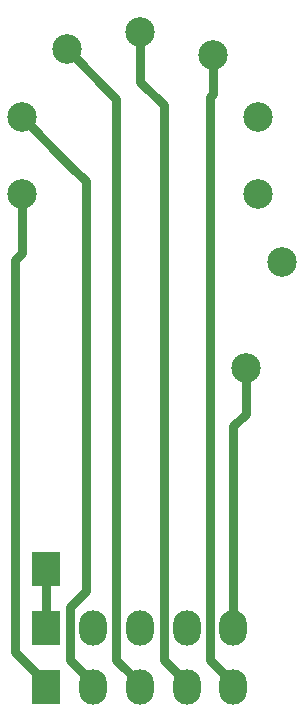
<source format=gbr>
G04 #@! TF.GenerationSoftware,KiCad,Pcbnew,(5.1.4)-1*
G04 #@! TF.CreationDate,2022-04-04T22:54:45-04:00*
G04 #@! TF.ProjectId,CR31,43523331-2e6b-4696-9361-645f70636258,rev?*
G04 #@! TF.SameCoordinates,Original*
G04 #@! TF.FileFunction,Copper,L1,Top*
G04 #@! TF.FilePolarity,Positive*
%FSLAX46Y46*%
G04 Gerber Fmt 4.6, Leading zero omitted, Abs format (unit mm)*
G04 Created by KiCad (PCBNEW (5.1.4)-1) date 2022-04-04 22:54:45*
%MOMM*%
%LPD*%
G04 APERTURE LIST*
%ADD10R,2.350000X3.000000*%
%ADD11O,2.350000X3.000000*%
%ADD12C,2.500000*%
%ADD13C,0.750000*%
G04 APERTURE END LIST*
D10*
X42080000Y-85000000D03*
X42080000Y-90000000D03*
D11*
X46040000Y-90000000D03*
X50000000Y-90000000D03*
X53960000Y-90000000D03*
X57920000Y-90000000D03*
D12*
X50000000Y-39500000D03*
X43828255Y-41000000D03*
X40013907Y-46755322D03*
X40013907Y-53244678D03*
X56171745Y-41505322D03*
X59986093Y-46755322D03*
X59986093Y-53244678D03*
X62000000Y-59000000D03*
X59000000Y-68000000D03*
D11*
X57920000Y-95000000D03*
X53960000Y-95000000D03*
X50000000Y-95000000D03*
X46040000Y-95000000D03*
D10*
X42080000Y-95000000D03*
D13*
X42080000Y-90000000D02*
X42080000Y-85000000D01*
X57920000Y-90000000D02*
X57920000Y-72930000D01*
X59000000Y-71850000D02*
X59000000Y-68000000D01*
X57920000Y-72930000D02*
X59000000Y-71850000D01*
X53960000Y-94675000D02*
X52000000Y-92715000D01*
X53960000Y-95000000D02*
X53960000Y-94675000D01*
X52000000Y-92715000D02*
X52000000Y-45750000D01*
X52000000Y-45750000D02*
X50000000Y-43750000D01*
X50000000Y-43750000D02*
X50000000Y-39500000D01*
X48000000Y-45171745D02*
X43828255Y-41000000D01*
X48000000Y-92675000D02*
X48000000Y-45171745D01*
X50000000Y-95000000D02*
X50000000Y-94675000D01*
X50000000Y-94675000D02*
X48000000Y-92675000D01*
X46040000Y-94675000D02*
X44100000Y-92735000D01*
X46040000Y-95000000D02*
X46040000Y-94675000D01*
X44100000Y-50841415D02*
X40013907Y-46755322D01*
X44100000Y-92735000D02*
X44100000Y-88250000D01*
X44100000Y-88250000D02*
X45450000Y-86900000D01*
X45450000Y-52191415D02*
X44100000Y-50841415D01*
X45450000Y-86900000D02*
X45450000Y-52191415D01*
X42080000Y-94675000D02*
X39400000Y-91995000D01*
X42080000Y-95000000D02*
X42080000Y-94675000D01*
X39400000Y-91995000D02*
X39400000Y-58850000D01*
X40013907Y-58236093D02*
X40013907Y-53244678D01*
X39400000Y-58850000D02*
X40013907Y-58236093D01*
X56171745Y-44778255D02*
X56171745Y-41505322D01*
X55950000Y-45000000D02*
X56171745Y-44778255D01*
X55950000Y-92705000D02*
X55950000Y-45000000D01*
X57920000Y-95000000D02*
X57920000Y-94675000D01*
X57920000Y-94675000D02*
X55950000Y-92705000D01*
M02*

</source>
